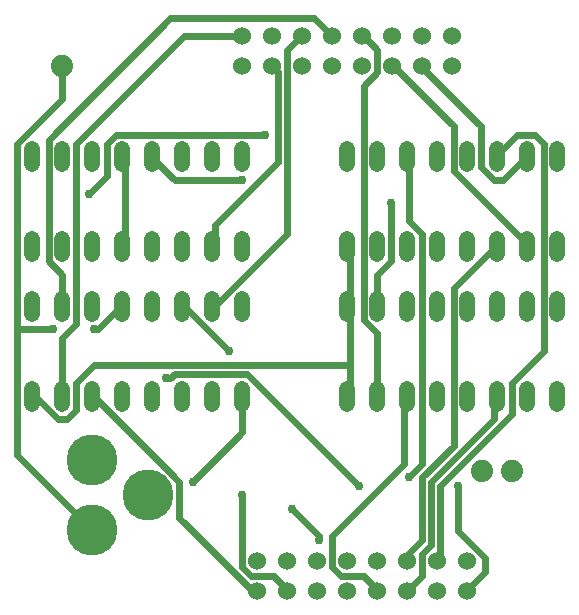
<source format=gbr>
G04 EAGLE Gerber X2 export*
%TF.Part,Single*%
%TF.FileFunction,Copper,L2,Bot,Mixed*%
%TF.FilePolarity,Positive*%
%TF.GenerationSoftware,Autodesk,EAGLE,8.6.3*%
%TF.CreationDate,2018-02-26T22:29:53Z*%
G75*
%MOMM*%
%FSLAX34Y34*%
%LPD*%
%AMOC8*
5,1,8,0,0,1.08239X$1,22.5*%
G01*
%ADD10C,1.320800*%
%ADD11C,1.530000*%
%ADD12C,4.318000*%
%ADD13C,1.879600*%
%ADD14C,0.609600*%
%ADD15C,0.756400*%


D10*
X50800Y310896D02*
X50800Y324104D01*
X76200Y324104D02*
X76200Y310896D01*
X203200Y310896D02*
X203200Y324104D01*
X228600Y324104D02*
X228600Y310896D01*
X101600Y310896D02*
X101600Y324104D01*
X127000Y324104D02*
X127000Y310896D01*
X177800Y310896D02*
X177800Y324104D01*
X152400Y324104D02*
X152400Y310896D01*
X228600Y387096D02*
X228600Y400304D01*
X203200Y400304D02*
X203200Y387096D01*
X177800Y387096D02*
X177800Y400304D01*
X152400Y400304D02*
X152400Y387096D01*
X127000Y387096D02*
X127000Y400304D01*
X101600Y400304D02*
X101600Y387096D01*
X76200Y387096D02*
X76200Y400304D01*
X50800Y400304D02*
X50800Y387096D01*
X317500Y324104D02*
X317500Y310896D01*
X342900Y310896D02*
X342900Y324104D01*
X469900Y324104D02*
X469900Y310896D01*
X495300Y310896D02*
X495300Y324104D01*
X368300Y324104D02*
X368300Y310896D01*
X393700Y310896D02*
X393700Y324104D01*
X444500Y324104D02*
X444500Y310896D01*
X419100Y310896D02*
X419100Y324104D01*
X495300Y387096D02*
X495300Y400304D01*
X469900Y400304D02*
X469900Y387096D01*
X444500Y387096D02*
X444500Y400304D01*
X419100Y400304D02*
X419100Y387096D01*
X393700Y387096D02*
X393700Y400304D01*
X368300Y400304D02*
X368300Y387096D01*
X342900Y387096D02*
X342900Y400304D01*
X317500Y400304D02*
X317500Y387096D01*
X50800Y197104D02*
X50800Y183896D01*
X76200Y183896D02*
X76200Y197104D01*
X203200Y197104D02*
X203200Y183896D01*
X228600Y183896D02*
X228600Y197104D01*
X101600Y197104D02*
X101600Y183896D01*
X127000Y183896D02*
X127000Y197104D01*
X177800Y197104D02*
X177800Y183896D01*
X152400Y183896D02*
X152400Y197104D01*
X228600Y260096D02*
X228600Y273304D01*
X203200Y273304D02*
X203200Y260096D01*
X177800Y260096D02*
X177800Y273304D01*
X152400Y273304D02*
X152400Y260096D01*
X127000Y260096D02*
X127000Y273304D01*
X101600Y273304D02*
X101600Y260096D01*
X76200Y260096D02*
X76200Y273304D01*
X50800Y273304D02*
X50800Y260096D01*
X317500Y197104D02*
X317500Y183896D01*
X342900Y183896D02*
X342900Y197104D01*
X469900Y197104D02*
X469900Y183896D01*
X495300Y183896D02*
X495300Y197104D01*
X368300Y197104D02*
X368300Y183896D01*
X393700Y183896D02*
X393700Y197104D01*
X444500Y197104D02*
X444500Y183896D01*
X419100Y183896D02*
X419100Y197104D01*
X495300Y260096D02*
X495300Y273304D01*
X469900Y273304D02*
X469900Y260096D01*
X444500Y260096D02*
X444500Y273304D01*
X419100Y273304D02*
X419100Y260096D01*
X393700Y260096D02*
X393700Y273304D01*
X368300Y273304D02*
X368300Y260096D01*
X342900Y260096D02*
X342900Y273304D01*
X317500Y273304D02*
X317500Y260096D01*
D11*
X241300Y25400D03*
X241300Y50800D03*
X266700Y25400D03*
X266700Y50800D03*
X292100Y25400D03*
X292100Y50800D03*
X317500Y25400D03*
X317500Y50800D03*
X342900Y25400D03*
X342900Y50800D03*
X368300Y25400D03*
X368300Y50800D03*
X393700Y25400D03*
X393700Y50800D03*
X419100Y25400D03*
X419100Y50800D03*
X228600Y495300D03*
X228600Y469900D03*
X254000Y495300D03*
X254000Y469900D03*
X279400Y495300D03*
X279400Y469900D03*
X304800Y495300D03*
X304800Y469900D03*
X330200Y495300D03*
X330200Y469900D03*
X355600Y495300D03*
X355600Y469900D03*
X381000Y495300D03*
X381000Y469900D03*
X406400Y495300D03*
X406400Y469900D03*
D12*
X101600Y137000D03*
X101600Y77000D03*
X148600Y107000D03*
D13*
X76200Y469900D03*
X431800Y127000D03*
X457200Y127000D03*
D14*
X320040Y217170D02*
X320040Y266700D01*
X320040Y217170D02*
X320040Y190500D01*
X317500Y190500D01*
X320040Y266700D02*
X320040Y316230D01*
X317500Y317500D01*
X317500Y266700D02*
X320040Y266700D01*
X72390Y171450D02*
X53340Y190500D01*
X72390Y171450D02*
X80010Y171450D01*
X87630Y179070D01*
X87630Y201930D01*
X102870Y217170D01*
X320040Y217170D01*
X53340Y190500D02*
X50800Y190500D01*
X369570Y339090D02*
X369570Y392430D01*
X369570Y339090D02*
X381000Y327660D01*
X381000Y133350D01*
X369570Y121920D01*
X369570Y392430D02*
X368300Y393700D01*
D15*
X369570Y121920D03*
D14*
X445770Y396240D02*
X461010Y411480D01*
X476250Y411480D01*
X483870Y403860D01*
X483870Y228600D01*
X457200Y201930D01*
X457200Y175260D01*
X396240Y114300D01*
X396240Y53340D01*
X444500Y393700D02*
X445770Y396240D01*
X396240Y53340D02*
X393700Y50800D01*
X407670Y281940D02*
X441960Y316230D01*
X407670Y281940D02*
X407670Y148590D01*
X381000Y121920D01*
X381000Y68580D01*
X365760Y53340D01*
X441960Y316230D02*
X444500Y317500D01*
X365760Y53340D02*
X368300Y50800D01*
X175260Y118110D02*
X102870Y190500D01*
X175260Y118110D02*
X175260Y87630D01*
X240030Y22860D01*
X102870Y190500D02*
X101600Y190500D01*
X241300Y25400D02*
X240030Y22860D01*
X228600Y45720D02*
X228600Y106680D01*
X228600Y45720D02*
X236220Y38100D01*
X255270Y38100D01*
X266700Y26670D01*
X266700Y25400D01*
D15*
X228600Y106680D03*
D14*
X217170Y228600D02*
X179070Y266700D01*
X270510Y95250D02*
X293370Y72390D01*
X293370Y68580D01*
X179070Y266700D02*
X177800Y266700D01*
D15*
X217170Y228600D03*
X270510Y95250D03*
X293370Y68580D03*
D14*
X167640Y205740D02*
X163830Y205740D01*
X167640Y205740D02*
X171450Y209550D01*
X232410Y209550D01*
X327660Y114300D01*
D15*
X163830Y205740D03*
X327660Y114300D03*
D14*
X365760Y133350D02*
X365760Y190500D01*
X365760Y133350D02*
X304800Y72390D01*
X304800Y45720D01*
X312420Y38100D01*
X331470Y38100D01*
X342900Y26670D01*
X365760Y190500D02*
X368300Y190500D01*
X342900Y26670D02*
X342900Y25400D01*
X441960Y171450D02*
X441960Y190500D01*
X441960Y171450D02*
X388620Y118110D01*
X388620Y64770D01*
X381000Y57150D01*
X381000Y38100D01*
X368300Y25400D01*
X441960Y190500D02*
X444500Y190500D01*
X411480Y114300D02*
X411480Y76200D01*
X434340Y53340D01*
X434340Y41910D01*
X419100Y26670D01*
X419100Y25400D01*
D15*
X411480Y114300D03*
D14*
X76200Y190500D02*
X76200Y240030D01*
X87630Y251460D01*
X87630Y403860D01*
X179070Y495300D01*
X228600Y495300D01*
X266700Y327660D02*
X205740Y266700D01*
X266700Y327660D02*
X266700Y483870D01*
X278130Y495300D01*
X205740Y266700D02*
X203200Y266700D01*
X278130Y495300D02*
X279400Y495300D01*
X76200Y293370D02*
X76200Y266700D01*
X76200Y293370D02*
X64770Y304800D01*
X64770Y407670D01*
X167640Y510540D01*
X289560Y510540D01*
X304800Y495300D01*
X342900Y243840D02*
X342900Y190500D01*
X342900Y243840D02*
X331470Y255270D01*
X331470Y453390D01*
X342900Y464820D01*
X342900Y483870D01*
X331470Y495300D01*
X330200Y495300D01*
X342900Y293370D02*
X342900Y266700D01*
X342900Y293370D02*
X354330Y304800D01*
X354330Y354330D01*
D15*
X354330Y354330D03*
D14*
X205740Y335280D02*
X205740Y320040D01*
X205740Y335280D02*
X259080Y388620D01*
X259080Y464820D01*
X254000Y469900D01*
X205740Y320040D02*
X203200Y317500D01*
X407670Y381000D02*
X468630Y320040D01*
X407670Y381000D02*
X407670Y419100D01*
X358140Y468630D01*
X468630Y320040D02*
X469900Y317500D01*
X358140Y468630D02*
X355600Y469900D01*
X449580Y373380D02*
X469900Y393700D01*
X449580Y373380D02*
X441960Y373380D01*
X430530Y384810D01*
X430530Y419100D01*
X381000Y468630D01*
X381000Y469900D01*
X114300Y377190D02*
X99060Y361950D01*
X114300Y377190D02*
X114300Y403860D01*
X121920Y411480D01*
X247650Y411480D01*
D15*
X99060Y361950D03*
X247650Y411480D03*
D14*
X228600Y190500D02*
X228600Y160020D01*
X186690Y118110D01*
D15*
X186690Y118110D03*
D14*
X76200Y441960D02*
X76200Y469900D01*
X76200Y441960D02*
X38100Y403860D01*
X38100Y247650D02*
X38100Y140970D01*
X38100Y247650D02*
X38100Y403860D01*
X38100Y140970D02*
X99060Y80010D01*
X101600Y77000D01*
X129540Y320040D02*
X129540Y392430D01*
X127000Y393700D01*
X129540Y320040D02*
X127000Y317500D01*
X171450Y373380D02*
X152400Y392430D01*
X171450Y373380D02*
X228600Y373380D01*
X152400Y392430D02*
X152400Y393700D01*
X68580Y247650D02*
X38100Y247650D01*
X102870Y247650D02*
X106680Y247650D01*
X125730Y266700D01*
X127000Y266700D01*
D15*
X228600Y373380D03*
X68580Y247650D03*
X102870Y247650D03*
M02*

</source>
